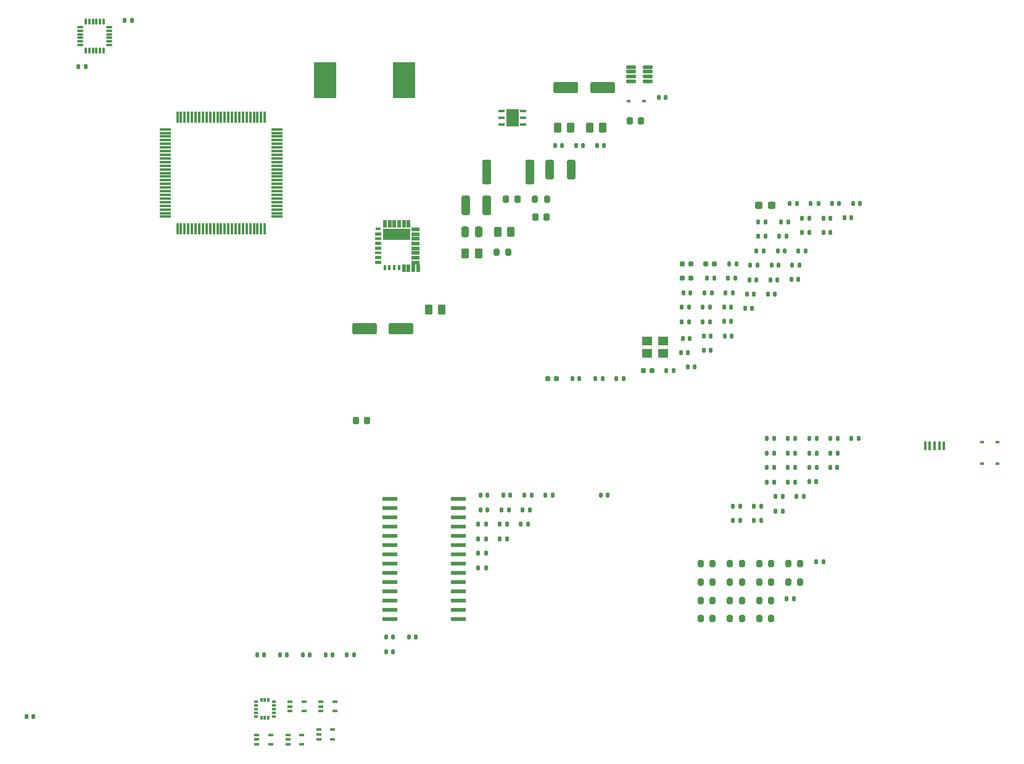
<source format=gbr>
%TF.GenerationSoftware,KiCad,Pcbnew,6.0.7+dfsg-1build1*%
%TF.CreationDate,2022-11-02T19:08:18-04:00*%
%TF.ProjectId,Fc,46632e6b-6963-4616-945f-706362585858,rev?*%
%TF.SameCoordinates,Original*%
%TF.FileFunction,Paste,Top*%
%TF.FilePolarity,Positive*%
%FSLAX46Y46*%
G04 Gerber Fmt 4.6, Leading zero omitted, Abs format (unit mm)*
G04 Created by KiCad (PCBNEW 6.0.7+dfsg-1build1) date 2022-11-02 19:08:18*
%MOMM*%
%LPD*%
G01*
G04 APERTURE LIST*
G04 Aperture macros list*
%AMRoundRect*
0 Rectangle with rounded corners*
0 $1 Rounding radius*
0 $2 $3 $4 $5 $6 $7 $8 $9 X,Y pos of 4 corners*
0 Add a 4 corners polygon primitive as box body*
4,1,4,$2,$3,$4,$5,$6,$7,$8,$9,$2,$3,0*
0 Add four circle primitives for the rounded corners*
1,1,$1+$1,$2,$3*
1,1,$1+$1,$4,$5*
1,1,$1+$1,$6,$7*
1,1,$1+$1,$8,$9*
0 Add four rect primitives between the rounded corners*
20,1,$1+$1,$2,$3,$4,$5,0*
20,1,$1+$1,$4,$5,$6,$7,0*
20,1,$1+$1,$6,$7,$8,$9,0*
20,1,$1+$1,$8,$9,$2,$3,0*%
G04 Aperture macros list end*
%ADD10C,0.100000*%
%ADD11RoundRect,0.200000X-0.200000X-0.275000X0.200000X-0.275000X0.200000X0.275000X-0.200000X0.275000X0*%
%ADD12RoundRect,0.135000X-0.135000X-0.185000X0.135000X-0.185000X0.135000X0.185000X-0.135000X0.185000X0*%
%ADD13R,0.450000X1.300000*%
%ADD14R,0.600000X0.450000*%
%ADD15RoundRect,0.140000X-0.140000X-0.170000X0.140000X-0.170000X0.140000X0.170000X-0.140000X0.170000X0*%
%ADD16R,0.650000X0.400000*%
%ADD17R,2.000000X0.600000*%
%ADD18RoundRect,0.087500X-0.187500X-0.087500X0.187500X-0.087500X0.187500X0.087500X-0.187500X0.087500X0*%
%ADD19RoundRect,0.087500X-0.087500X-0.187500X0.087500X-0.187500X0.087500X0.187500X-0.087500X0.187500X0*%
%ADD20RoundRect,0.147500X-0.147500X-0.172500X0.147500X-0.172500X0.147500X0.172500X-0.147500X0.172500X0*%
%ADD21RoundRect,0.250000X-1.412500X-0.550000X1.412500X-0.550000X1.412500X0.550000X-1.412500X0.550000X0*%
%ADD22RoundRect,0.218750X-0.218750X-0.256250X0.218750X-0.256250X0.218750X0.256250X-0.218750X0.256250X0*%
%ADD23RoundRect,0.250000X-0.362500X-1.425000X0.362500X-1.425000X0.362500X1.425000X-0.362500X1.425000X0*%
%ADD24RoundRect,0.237500X-0.300000X-0.237500X0.300000X-0.237500X0.300000X0.237500X-0.300000X0.237500X0*%
%ADD25RoundRect,0.250000X-0.262500X-0.450000X0.262500X-0.450000X0.262500X0.450000X-0.262500X0.450000X0*%
%ADD26RoundRect,0.250000X-0.325000X-1.100000X0.325000X-1.100000X0.325000X1.100000X-0.325000X1.100000X0*%
%ADD27RoundRect,0.125000X-0.537500X-0.125000X0.537500X-0.125000X0.537500X0.125000X-0.537500X0.125000X0*%
%ADD28R,3.098800X5.003800*%
%ADD29R,0.704800X0.299974*%
%ADD30R,0.299974X0.704800*%
%ADD31R,3.700000X1.600000*%
%ADD32RoundRect,0.225000X-0.225000X-0.250000X0.225000X-0.250000X0.225000X0.250000X-0.225000X0.250000X0*%
%ADD33R,1.400000X1.200000*%
%ADD34RoundRect,0.160000X-0.197500X-0.160000X0.197500X-0.160000X0.197500X0.160000X-0.197500X0.160000X0*%
%ADD35RoundRect,0.075000X-0.350000X-0.075000X0.350000X-0.075000X0.350000X0.075000X-0.350000X0.075000X0*%
%ADD36RoundRect,0.075000X0.075000X-0.350000X0.075000X0.350000X-0.075000X0.350000X-0.075000X-0.350000X0*%
%ADD37RoundRect,0.250000X-0.250000X-0.475000X0.250000X-0.475000X0.250000X0.475000X-0.250000X0.475000X0*%
%ADD38RoundRect,0.075000X-0.725000X-0.075000X0.725000X-0.075000X0.725000X0.075000X-0.725000X0.075000X0*%
%ADD39RoundRect,0.075000X-0.075000X-0.725000X0.075000X-0.725000X0.075000X0.725000X-0.075000X0.725000X0*%
%ADD40R,0.807999X0.407200*%
%ADD41R,1.752600X2.489200*%
G04 APERTURE END LIST*
%TO.C,REG2*%
G36*
X101973399Y-73351001D02*
G01*
X101703400Y-73351001D01*
X101703400Y-72551003D01*
X101973399Y-72551003D01*
X101973399Y-73351001D01*
G37*
D10*
X101973399Y-73351001D02*
X101703400Y-73351001D01*
X101703400Y-72551003D01*
X101973399Y-72551003D01*
X101973399Y-73351001D01*
G36*
X105840798Y-77190902D02*
G01*
X104890800Y-77190902D01*
X104890800Y-76765901D01*
X105840798Y-76765901D01*
X105840798Y-77190902D01*
G37*
X105840798Y-77190902D02*
X104890800Y-77190902D01*
X104890800Y-76765901D01*
X105840798Y-76765901D01*
X105840798Y-77190902D01*
G36*
X100660999Y-77763400D02*
G01*
X99861001Y-77763400D01*
X99861001Y-77493401D01*
X100660999Y-77493401D01*
X100660999Y-77763400D01*
G37*
X100660999Y-77763400D02*
X99861001Y-77763400D01*
X99861001Y-77493401D01*
X100660999Y-77493401D01*
X100660999Y-77763400D01*
G36*
X100660999Y-75813401D02*
G01*
X99861001Y-75813401D01*
X99861001Y-75543402D01*
X100660999Y-75543402D01*
X100660999Y-75813401D01*
G37*
X100660999Y-75813401D02*
X99861001Y-75813401D01*
X99861001Y-75543402D01*
X100660999Y-75543402D01*
X100660999Y-75813401D01*
G36*
X100660999Y-76463400D02*
G01*
X99861001Y-76463400D01*
X99861001Y-76193401D01*
X100660999Y-76193401D01*
X100660999Y-76463400D01*
G37*
X100660999Y-76463400D02*
X99861001Y-76463400D01*
X99861001Y-76193401D01*
X100660999Y-76193401D01*
X100660999Y-76463400D01*
G36*
X104650900Y-79530801D02*
G01*
X104225902Y-79530801D01*
X104225902Y-78580802D01*
X104650900Y-78580802D01*
X104650900Y-79530801D01*
G37*
X104650900Y-79530801D02*
X104225902Y-79530801D01*
X104225902Y-78580802D01*
X104650900Y-78580802D01*
X104650900Y-79530801D01*
G36*
X103350900Y-73426000D02*
G01*
X102925902Y-73426000D01*
X102925902Y-72476001D01*
X103350900Y-72476001D01*
X103350900Y-73426000D01*
G37*
X103350900Y-73426000D02*
X102925902Y-73426000D01*
X102925902Y-72476001D01*
X103350900Y-72476001D01*
X103350900Y-73426000D01*
G36*
X101400901Y-73426000D02*
G01*
X100975900Y-73426000D01*
X100975900Y-72476001D01*
X101400901Y-72476001D01*
X101400901Y-73426000D01*
G37*
X101400901Y-73426000D02*
X100975900Y-73426000D01*
X100975900Y-72476001D01*
X101400901Y-72476001D01*
X101400901Y-73426000D01*
G36*
X102623400Y-73351001D02*
G01*
X102353401Y-73351001D01*
X102353401Y-72551003D01*
X102623400Y-72551003D01*
X102623400Y-73351001D01*
G37*
X102623400Y-73351001D02*
X102353401Y-73351001D01*
X102353401Y-72551003D01*
X102623400Y-72551003D01*
X102623400Y-73351001D01*
G36*
X105840798Y-75240901D02*
G01*
X104890800Y-75240901D01*
X104890800Y-74815900D01*
X105840798Y-74815900D01*
X105840798Y-75240901D01*
G37*
X105840798Y-75240901D02*
X104890800Y-75240901D01*
X104890800Y-74815900D01*
X105840798Y-74815900D01*
X105840798Y-75240901D01*
G36*
X105840798Y-74590899D02*
G01*
X104890800Y-74590899D01*
X104890800Y-74165901D01*
X105840798Y-74165901D01*
X105840798Y-74590899D01*
G37*
X105840798Y-74590899D02*
X104890800Y-74590899D01*
X104890800Y-74165901D01*
X105840798Y-74165901D01*
X105840798Y-74590899D01*
G36*
X102050900Y-73426000D02*
G01*
X101625902Y-73426000D01*
X101625902Y-72476001D01*
X102050900Y-72476001D01*
X102050900Y-73426000D01*
G37*
X102050900Y-73426000D02*
X101625902Y-73426000D01*
X101625902Y-72476001D01*
X102050900Y-72476001D01*
X102050900Y-73426000D01*
G36*
X105950899Y-79530801D02*
G01*
X105525899Y-79530801D01*
X105525899Y-78580802D01*
X105950899Y-78580802D01*
X105950899Y-79530801D01*
G37*
X105950899Y-79530801D02*
X105525899Y-79530801D01*
X105525899Y-78580802D01*
X105950899Y-78580802D01*
X105950899Y-79530801D01*
G36*
X105300901Y-79530801D02*
G01*
X104875900Y-79530801D01*
X104875900Y-78580802D01*
X105300901Y-78580802D01*
X105300901Y-79530801D01*
G37*
X105300901Y-79530801D02*
X104875900Y-79530801D01*
X104875900Y-78580802D01*
X105300901Y-78580802D01*
X105300901Y-79530801D01*
G36*
X105840798Y-78490902D02*
G01*
X104890800Y-78490902D01*
X104890800Y-78065901D01*
X105840798Y-78065901D01*
X105840798Y-78490902D01*
G37*
X105840798Y-78490902D02*
X104890800Y-78490902D01*
X104890800Y-78065901D01*
X105840798Y-78065901D01*
X105840798Y-78490902D01*
G36*
X100660999Y-75163400D02*
G01*
X99861001Y-75163400D01*
X99861001Y-74893401D01*
X100660999Y-74893401D01*
X100660999Y-75163400D01*
G37*
X100660999Y-75163400D02*
X99861001Y-75163400D01*
X99861001Y-74893401D01*
X100660999Y-74893401D01*
X100660999Y-75163400D01*
G36*
X105840798Y-76540901D02*
G01*
X104890800Y-76540901D01*
X104890800Y-76115903D01*
X105840798Y-76115903D01*
X105840798Y-76540901D01*
G37*
X105840798Y-76540901D02*
X104890800Y-76540901D01*
X104890800Y-76115903D01*
X105840798Y-76115903D01*
X105840798Y-76540901D01*
G36*
X100660999Y-78413401D02*
G01*
X99861001Y-78413401D01*
X99861001Y-78143402D01*
X100660999Y-78143402D01*
X100660999Y-78413401D01*
G37*
X100660999Y-78413401D02*
X99861001Y-78413401D01*
X99861001Y-78143402D01*
X100660999Y-78143402D01*
X100660999Y-78413401D01*
G36*
X102700901Y-73426000D02*
G01*
X102275900Y-73426000D01*
X102275900Y-72476001D01*
X102700901Y-72476001D01*
X102700901Y-73426000D01*
G37*
X102700901Y-73426000D02*
X102275900Y-73426000D01*
X102275900Y-72476001D01*
X102700901Y-72476001D01*
X102700901Y-73426000D01*
G36*
X104000901Y-79530801D02*
G01*
X103575900Y-79530801D01*
X103575900Y-78580802D01*
X104000901Y-78580802D01*
X104000901Y-79530801D01*
G37*
X104000901Y-79530801D02*
X103575900Y-79530801D01*
X103575900Y-78580802D01*
X104000901Y-78580802D01*
X104000901Y-79530801D01*
G36*
X105840798Y-73940901D02*
G01*
X104890800Y-73940901D01*
X104890800Y-73515900D01*
X105840798Y-73515900D01*
X105840798Y-73940901D01*
G37*
X105840798Y-73940901D02*
X104890800Y-73940901D01*
X104890800Y-73515900D01*
X105840798Y-73515900D01*
X105840798Y-73940901D01*
G36*
X104650900Y-73426000D02*
G01*
X104225902Y-73426000D01*
X104225902Y-72476001D01*
X104650900Y-72476001D01*
X104650900Y-73426000D01*
G37*
X104650900Y-73426000D02*
X104225902Y-73426000D01*
X104225902Y-72476001D01*
X104650900Y-72476001D01*
X104650900Y-73426000D01*
G36*
X105840798Y-75890902D02*
G01*
X104890800Y-75890902D01*
X104890800Y-75465901D01*
X105840798Y-75465901D01*
X105840798Y-75890902D01*
G37*
X105840798Y-75890902D02*
X104890800Y-75890902D01*
X104890800Y-75465901D01*
X105840798Y-75465901D01*
X105840798Y-75890902D01*
G36*
X104000901Y-73426000D02*
G01*
X103575900Y-73426000D01*
X103575900Y-72476001D01*
X104000901Y-72476001D01*
X104000901Y-73426000D01*
G37*
X104000901Y-73426000D02*
X103575900Y-73426000D01*
X103575900Y-72476001D01*
X104000901Y-72476001D01*
X104000901Y-73426000D01*
G36*
X100660999Y-74513401D02*
G01*
X99861001Y-74513401D01*
X99861001Y-74243402D01*
X100660999Y-74243402D01*
X100660999Y-74513401D01*
G37*
X100660999Y-74513401D02*
X99861001Y-74513401D01*
X99861001Y-74243402D01*
X100660999Y-74243402D01*
X100660999Y-74513401D01*
G36*
X100660999Y-77113401D02*
G01*
X99861001Y-77113401D01*
X99861001Y-76843402D01*
X100660999Y-76843402D01*
X100660999Y-77113401D01*
G37*
X100660999Y-77113401D02*
X99861001Y-77113401D01*
X99861001Y-76843402D01*
X100660999Y-76843402D01*
X100660999Y-77113401D01*
G36*
X105840798Y-77840901D02*
G01*
X104890800Y-77840901D01*
X104890800Y-77415903D01*
X105840798Y-77415903D01*
X105840798Y-77840901D01*
G37*
X105840798Y-77840901D02*
X104890800Y-77840901D01*
X104890800Y-77415903D01*
X105840798Y-77415903D01*
X105840798Y-77840901D01*
%TD*%
D11*
%TO.C,R31*%
X148570000Y-124730000D03*
X150220000Y-124730000D03*
%TD*%
%TO.C,R30*%
X152580000Y-127240000D03*
X154230000Y-127240000D03*
%TD*%
%TO.C,R29*%
X144560000Y-122220000D03*
X146210000Y-122220000D03*
%TD*%
%TO.C,R20*%
X152580000Y-124730000D03*
X154230000Y-124730000D03*
%TD*%
%TO.C,R19*%
X148570000Y-122220000D03*
X150220000Y-122220000D03*
%TD*%
%TO.C,R18*%
X144560000Y-127240000D03*
X146210000Y-127240000D03*
%TD*%
%TO.C,R17*%
X156590000Y-119710000D03*
X158240000Y-119710000D03*
%TD*%
%TO.C,R16*%
X148570000Y-119710000D03*
X150220000Y-119710000D03*
%TD*%
%TO.C,R15*%
X156590000Y-122220000D03*
X158240000Y-122220000D03*
%TD*%
%TO.C,R14*%
X148570000Y-127240000D03*
X150220000Y-127240000D03*
%TD*%
%TO.C,R13*%
X144560000Y-124730000D03*
X146210000Y-124730000D03*
%TD*%
%TO.C,R12*%
X152580000Y-122220000D03*
X154230000Y-122220000D03*
%TD*%
%TO.C,R11*%
X152580000Y-119710000D03*
X154230000Y-119710000D03*
%TD*%
%TO.C,R10*%
X144560000Y-119710000D03*
X146210000Y-119710000D03*
%TD*%
D12*
%TO.C,R9*%
X160365000Y-119450000D03*
X161385000Y-119450000D03*
%TD*%
%TO.C,R4T5*%
X165265000Y-102490000D03*
X166285000Y-102490000D03*
%TD*%
%TO.C,R4T4*%
X156535000Y-106470000D03*
X157555000Y-106470000D03*
%TD*%
%TO.C,R4T3*%
X151885000Y-111790000D03*
X152905000Y-111790000D03*
%TD*%
%TO.C,R4T2*%
X153625000Y-104480000D03*
X154645000Y-104480000D03*
%TD*%
%TO.C,R4T1*%
X156535000Y-104480000D03*
X157555000Y-104480000D03*
%TD*%
%TO.C,R3T5*%
X154795000Y-112440000D03*
X155815000Y-112440000D03*
%TD*%
%TO.C,R3T4*%
X153625000Y-108460000D03*
X154645000Y-108460000D03*
%TD*%
%TO.C,R3T3*%
X148975000Y-111790000D03*
X149995000Y-111790000D03*
%TD*%
%TO.C,R3T2*%
X162355000Y-104480000D03*
X163375000Y-104480000D03*
%TD*%
%TO.C,R3T1*%
X156535000Y-102490000D03*
X157555000Y-102490000D03*
%TD*%
%TO.C,R2T5*%
X148975000Y-113780000D03*
X149995000Y-113780000D03*
%TD*%
%TO.C,R2T4*%
X151885000Y-113780000D03*
X152905000Y-113780000D03*
%TD*%
%TO.C,R2T3*%
X156535000Y-108460000D03*
X157555000Y-108460000D03*
%TD*%
%TO.C,R2T2*%
X162355000Y-102490000D03*
X163375000Y-102490000D03*
%TD*%
%TO.C,R2T1*%
X153625000Y-106470000D03*
X154645000Y-106470000D03*
%TD*%
%TO.C,R1T5*%
X159445000Y-104480000D03*
X160465000Y-104480000D03*
%TD*%
%TO.C,R1T4*%
X159445000Y-102490000D03*
X160465000Y-102490000D03*
%TD*%
%TO.C,R1T3*%
X154795000Y-110450000D03*
X155815000Y-110450000D03*
%TD*%
%TO.C,R1T2*%
X153625000Y-102490000D03*
X154645000Y-102490000D03*
%TD*%
%TO.C,R1T1*%
X159445000Y-106470000D03*
X160465000Y-106470000D03*
%TD*%
D13*
%TO.C,J8*%
X175365000Y-103460000D03*
X176015000Y-103460000D03*
X176665000Y-103460000D03*
X177315000Y-103460000D03*
X177965000Y-103460000D03*
%TD*%
D14*
%TO.C,D5*%
X183215000Y-105920000D03*
X185315000Y-105920000D03*
%TD*%
%TO.C,D4*%
X183215000Y-102970000D03*
X185315000Y-102970000D03*
%TD*%
D15*
%TO.C,C35*%
X162365000Y-106460000D03*
X163325000Y-106460000D03*
%TD*%
%TO.C,C16*%
X157715000Y-110440000D03*
X158675000Y-110440000D03*
%TD*%
%TO.C,C15*%
X159455000Y-108450000D03*
X160415000Y-108450000D03*
%TD*%
%TO.C,C10*%
X156365000Y-124460000D03*
X157325000Y-124460000D03*
%TD*%
D16*
%TO.C,U9*%
X92450000Y-138640000D03*
X92450000Y-139290000D03*
X92450000Y-139940000D03*
X94350000Y-139940000D03*
X94350000Y-138640000D03*
%TD*%
%TO.C,U8*%
X88200000Y-138640000D03*
X88200000Y-139290000D03*
X88200000Y-139940000D03*
X90100000Y-139940000D03*
X90100000Y-138640000D03*
%TD*%
%TO.C,U7*%
X83650000Y-143190000D03*
X83650000Y-143840000D03*
X83650000Y-144490000D03*
X85550000Y-144490000D03*
X85550000Y-143190000D03*
%TD*%
%TO.C,U6*%
X87900000Y-143190000D03*
X87900000Y-143840000D03*
X87900000Y-144490000D03*
X89800000Y-144490000D03*
X89800000Y-143190000D03*
%TD*%
%TO.C,U5*%
X92150000Y-142490000D03*
X92150000Y-143140000D03*
X92150000Y-143790000D03*
X94050000Y-143790000D03*
X94050000Y-142490000D03*
%TD*%
D17*
%TO.C,U4*%
X101930000Y-110795000D03*
X101930000Y-112065000D03*
X101930000Y-113335000D03*
X101930000Y-114605000D03*
X101930000Y-115875000D03*
X101930000Y-117145000D03*
X101930000Y-118415000D03*
X101930000Y-119685000D03*
X101930000Y-120955000D03*
X101930000Y-122225000D03*
X101930000Y-123495000D03*
X101930000Y-124765000D03*
X101930000Y-126035000D03*
X101930000Y-127305000D03*
X111330000Y-127305000D03*
X111330000Y-126035000D03*
X111330000Y-124765000D03*
X111330000Y-123495000D03*
X111330000Y-122225000D03*
X111330000Y-120955000D03*
X111330000Y-119685000D03*
X111330000Y-118415000D03*
X111330000Y-117145000D03*
X111330000Y-115875000D03*
X111330000Y-114605000D03*
X111330000Y-113335000D03*
X111330000Y-112065000D03*
X111330000Y-110795000D03*
%TD*%
D18*
%TO.C,U3*%
X83525000Y-138640000D03*
X83525000Y-139140000D03*
X83525000Y-139640000D03*
X83525000Y-140140000D03*
X83525000Y-140640000D03*
D19*
X84250000Y-140865000D03*
X84750000Y-140865000D03*
X85250000Y-140865000D03*
D18*
X85975000Y-140640000D03*
X85975000Y-140140000D03*
X85975000Y-139640000D03*
X85975000Y-139140000D03*
X85975000Y-138640000D03*
D19*
X85250000Y-138415000D03*
X84750000Y-138415000D03*
X84250000Y-138415000D03*
%TD*%
D12*
%TO.C,R43*%
X116960000Y-114290000D03*
X117980000Y-114290000D03*
%TD*%
%TO.C,R42*%
X117190000Y-112300000D03*
X118210000Y-112300000D03*
%TD*%
%TO.C,R41*%
X120100000Y-112300000D03*
X121120000Y-112300000D03*
%TD*%
%TO.C,R40*%
X119870000Y-114290000D03*
X120890000Y-114290000D03*
%TD*%
%TO.C,R39*%
X120330000Y-110310000D03*
X121350000Y-110310000D03*
%TD*%
%TO.C,R38*%
X114050000Y-118270000D03*
X115070000Y-118270000D03*
%TD*%
%TO.C,R37*%
X123240000Y-110310000D03*
X124260000Y-110310000D03*
%TD*%
%TO.C,R36*%
X114050000Y-114290000D03*
X115070000Y-114290000D03*
%TD*%
%TO.C,R35*%
X114050000Y-116280000D03*
X115070000Y-116280000D03*
%TD*%
%TO.C,R34*%
X116960000Y-116280000D03*
X117980000Y-116280000D03*
%TD*%
%TO.C,R33*%
X95980000Y-132190000D03*
X97000000Y-132190000D03*
%TD*%
%TO.C,R32*%
X114050000Y-120260000D03*
X115070000Y-120260000D03*
%TD*%
D20*
%TO.C,PWR1*%
X83680000Y-132190000D03*
X84650000Y-132190000D03*
%TD*%
%TO.C,NAV1*%
X89960000Y-132190000D03*
X90930000Y-132190000D03*
%TD*%
%TO.C,MT4*%
X101360000Y-129780000D03*
X102330000Y-129780000D03*
%TD*%
%TO.C,MT3*%
X104500000Y-129780000D03*
X105470000Y-129780000D03*
%TD*%
%TO.C,MT2*%
X114310000Y-110310000D03*
X115280000Y-110310000D03*
%TD*%
%TO.C,MT1*%
X101360000Y-131770000D03*
X102330000Y-131770000D03*
%TD*%
%TO.C,GOAL1*%
X93100000Y-132190000D03*
X94070000Y-132190000D03*
%TD*%
%TO.C,FATAL1*%
X86820000Y-132190000D03*
X87790000Y-132190000D03*
%TD*%
%TO.C,ESCT1*%
X117450000Y-110310000D03*
X118420000Y-110310000D03*
%TD*%
%TO.C,D2*%
X114310000Y-112300000D03*
X115280000Y-112300000D03*
%TD*%
D15*
%TO.C,C9*%
X130850000Y-110300000D03*
X131810000Y-110300000D03*
%TD*%
D21*
%TO.C,C33*%
X126062500Y-54300000D03*
X131137500Y-54300000D03*
%TD*%
D15*
%TO.C,C7*%
X162605000Y-70230000D03*
X163565000Y-70230000D03*
%TD*%
D12*
%TO.C,R2*%
X158475000Y-74220000D03*
X159495000Y-74220000D03*
%TD*%
D22*
%TO.C,5VPWR1*%
X117842500Y-69660000D03*
X119417500Y-69660000D03*
%TD*%
D23*
%TO.C,R22*%
X115177500Y-65920000D03*
X121102500Y-65920000D03*
%TD*%
D12*
%TO.C,R16*%
X141945000Y-86450000D03*
X142965000Y-86450000D03*
%TD*%
D15*
%TO.C,C6*%
X147875000Y-88390000D03*
X148835000Y-88390000D03*
%TD*%
D24*
%TO.C,C1*%
X152562500Y-70500000D03*
X154287500Y-70500000D03*
%TD*%
D25*
%TO.C,R21*%
X116677500Y-74090000D03*
X118502500Y-74090000D03*
%TD*%
D26*
%TO.C,C26*%
X123835000Y-65600000D03*
X126785000Y-65600000D03*
%TD*%
D27*
%TO.C,U2*%
X135012500Y-51475000D03*
X135012500Y-52125000D03*
X135012500Y-52775000D03*
X135012500Y-53425000D03*
X137287500Y-53425000D03*
X137287500Y-52775000D03*
X137287500Y-52125000D03*
X137287500Y-51475000D03*
%TD*%
D12*
%TO.C,R15*%
X144855000Y-84460000D03*
X145875000Y-84460000D03*
%TD*%
D15*
%TO.C,C19*%
X145005000Y-90400000D03*
X145965000Y-90400000D03*
%TD*%
D25*
%TO.C,R25*%
X107197500Y-84830000D03*
X109022500Y-84830000D03*
%TD*%
D12*
%TO.C,R1*%
X144855000Y-86450000D03*
X145875000Y-86450000D03*
%TD*%
D28*
%TO.C,L1*%
X92974401Y-53314600D03*
X103875599Y-53314600D03*
%TD*%
D15*
%TO.C,C10*%
X142775000Y-92680000D03*
X143735000Y-92680000D03*
%TD*%
D12*
%TO.C,R10*%
X158475000Y-72230000D03*
X159495000Y-72230000D03*
%TD*%
D15*
%TO.C,C21*%
X147775000Y-84450000D03*
X148735000Y-84450000D03*
%TD*%
%TO.C,C8*%
X150645000Y-84640000D03*
X151605000Y-84640000D03*
%TD*%
%TO.C,C20*%
X156995000Y-80680000D03*
X157955000Y-80680000D03*
%TD*%
D20*
%TO.C,D1*%
X152455000Y-74740000D03*
X153425000Y-74740000D03*
%TD*%
D12*
%TO.C,R11*%
X148445000Y-78490000D03*
X149465000Y-78490000D03*
%TD*%
D29*
%TO.C,REG2*%
X100261000Y-73728402D03*
X100261000Y-74378400D03*
X100261000Y-75028402D03*
X100261000Y-75678400D03*
X100261000Y-76328402D03*
X100261000Y-76978400D03*
X100261000Y-77628402D03*
X100261000Y-78278400D03*
D30*
X101188399Y-79055800D03*
X101838401Y-79055800D03*
X102488399Y-79055800D03*
X103138401Y-79055800D03*
X103788399Y-79055800D03*
X104438401Y-79055800D03*
D29*
X105365800Y-78278400D03*
X105365800Y-77628402D03*
X105365800Y-76978400D03*
X105365800Y-76328402D03*
X105365800Y-75678400D03*
X105365800Y-75028402D03*
X105365800Y-74378400D03*
X105365800Y-73728402D03*
D30*
X104438401Y-72951002D03*
X103788399Y-72951002D03*
X103138401Y-72951002D03*
X102488399Y-72951002D03*
X101838401Y-72951002D03*
X101188399Y-72951002D03*
D31*
X102813400Y-74453401D03*
%TD*%
D32*
%TO.C,C28*%
X121865000Y-72130000D03*
X123415000Y-72130000D03*
%TD*%
D33*
%TO.C,25MHz1*%
X137185000Y-90810000D03*
X139385000Y-90810000D03*
X139385000Y-89110000D03*
X137185000Y-89110000D03*
%TD*%
D14*
%TO.C,D3*%
X134650000Y-56150000D03*
X136750000Y-56150000D03*
%TD*%
D12*
%TO.C,R18*%
X145085000Y-82470000D03*
X146105000Y-82470000D03*
%TD*%
D20*
%TO.C,FATAL1*%
X130105000Y-94280000D03*
X131075000Y-94280000D03*
%TD*%
D34*
%TO.C,R3*%
X123537500Y-94280000D03*
X124732500Y-94280000D03*
%TD*%
%TO.C,R4*%
X136687500Y-93180000D03*
X137882500Y-93180000D03*
%TD*%
D12*
%TO.C,R13*%
X132985000Y-94280000D03*
X134005000Y-94280000D03*
%TD*%
D20*
%TO.C,WD1*%
X152455000Y-72750000D03*
X153425000Y-72750000D03*
%TD*%
D15*
%TO.C,C15*%
X52020000Y-140700000D03*
X52980000Y-140700000D03*
%TD*%
D34*
%TO.C,R7*%
X142027500Y-78490000D03*
X143222500Y-78490000D03*
%TD*%
D15*
%TO.C,C12*%
X147775000Y-86420000D03*
X148735000Y-86420000D03*
%TD*%
D34*
%TO.C,R5*%
X145277500Y-78490000D03*
X146472500Y-78490000D03*
%TD*%
D11*
%TO.C,R28*%
X116525000Y-76880000D03*
X118175000Y-76880000D03*
%TD*%
D26*
%TO.C,C34*%
X112285000Y-70490000D03*
X115235000Y-70490000D03*
%TD*%
D35*
%TO.C,U3*%
X59440000Y-45990000D03*
X59440000Y-46490000D03*
X59440000Y-46990000D03*
X59440000Y-47490000D03*
X59440000Y-47990000D03*
X59440000Y-48490000D03*
D36*
X60140000Y-49190000D03*
X60640000Y-49190000D03*
X61140000Y-49190000D03*
X61640000Y-49190000D03*
X62140000Y-49190000D03*
X62640000Y-49190000D03*
D35*
X63340000Y-48490000D03*
X63340000Y-47990000D03*
X63340000Y-47490000D03*
X63340000Y-46990000D03*
X63340000Y-46490000D03*
X63340000Y-45990000D03*
D36*
X62640000Y-45290000D03*
X62140000Y-45290000D03*
X61640000Y-45290000D03*
X61140000Y-45290000D03*
X60640000Y-45290000D03*
X60140000Y-45290000D03*
%TD*%
D12*
%TO.C,R14*%
X139855000Y-93180000D03*
X140875000Y-93180000D03*
%TD*%
D22*
%TO.C,LED1*%
X97212500Y-100000000D03*
X98787500Y-100000000D03*
%TD*%
D37*
%TO.C,C32*%
X112210000Y-74120000D03*
X114110000Y-74120000D03*
%TD*%
D12*
%TO.C,R8*%
X159685000Y-70240000D03*
X160705000Y-70240000D03*
%TD*%
D38*
%TO.C,U1*%
X71065000Y-60040000D03*
X71065000Y-60540000D03*
X71065000Y-61040000D03*
X71065000Y-61540000D03*
X71065000Y-62040000D03*
X71065000Y-62540000D03*
X71065000Y-63040000D03*
X71065000Y-63540000D03*
X71065000Y-64040000D03*
X71065000Y-64540000D03*
X71065000Y-65040000D03*
X71065000Y-65540000D03*
X71065000Y-66040000D03*
X71065000Y-66540000D03*
X71065000Y-67040000D03*
X71065000Y-67540000D03*
X71065000Y-68040000D03*
X71065000Y-68540000D03*
X71065000Y-69040000D03*
X71065000Y-69540000D03*
X71065000Y-70040000D03*
X71065000Y-70540000D03*
X71065000Y-71040000D03*
X71065000Y-71540000D03*
X71065000Y-72040000D03*
D39*
X72740000Y-73715000D03*
X73240000Y-73715000D03*
X73740000Y-73715000D03*
X74240000Y-73715000D03*
X74740000Y-73715000D03*
X75240000Y-73715000D03*
X75740000Y-73715000D03*
X76240000Y-73715000D03*
X76740000Y-73715000D03*
X77240000Y-73715000D03*
X77740000Y-73715000D03*
X78240000Y-73715000D03*
X78740000Y-73715000D03*
X79240000Y-73715000D03*
X79740000Y-73715000D03*
X80240000Y-73715000D03*
X80740000Y-73715000D03*
X81240000Y-73715000D03*
X81740000Y-73715000D03*
X82240000Y-73715000D03*
X82740000Y-73715000D03*
X83240000Y-73715000D03*
X83740000Y-73715000D03*
X84240000Y-73715000D03*
X84740000Y-73715000D03*
D38*
X86415000Y-72040000D03*
X86415000Y-71540000D03*
X86415000Y-71040000D03*
X86415000Y-70540000D03*
X86415000Y-70040000D03*
X86415000Y-69540000D03*
X86415000Y-69040000D03*
X86415000Y-68540000D03*
X86415000Y-68040000D03*
X86415000Y-67540000D03*
X86415000Y-67040000D03*
X86415000Y-66540000D03*
X86415000Y-66040000D03*
X86415000Y-65540000D03*
X86415000Y-65040000D03*
X86415000Y-64540000D03*
X86415000Y-64040000D03*
X86415000Y-63540000D03*
X86415000Y-63040000D03*
X86415000Y-62540000D03*
X86415000Y-62040000D03*
X86415000Y-61540000D03*
X86415000Y-61040000D03*
X86415000Y-60540000D03*
X86415000Y-60040000D03*
D39*
X84740000Y-58365000D03*
X84240000Y-58365000D03*
X83740000Y-58365000D03*
X83240000Y-58365000D03*
X82740000Y-58365000D03*
X82240000Y-58365000D03*
X81740000Y-58365000D03*
X81240000Y-58365000D03*
X80740000Y-58365000D03*
X80240000Y-58365000D03*
X79740000Y-58365000D03*
X79240000Y-58365000D03*
X78740000Y-58365000D03*
X78240000Y-58365000D03*
X77740000Y-58365000D03*
X77240000Y-58365000D03*
X76740000Y-58365000D03*
X76240000Y-58365000D03*
X75740000Y-58365000D03*
X75240000Y-58365000D03*
X74740000Y-58365000D03*
X74240000Y-58365000D03*
X73740000Y-58365000D03*
X73240000Y-58365000D03*
X72740000Y-58365000D03*
%TD*%
D12*
%TO.C,R17*%
X152195000Y-76730000D03*
X153215000Y-76730000D03*
%TD*%
D15*
%TO.C,C30*%
X130320000Y-62310000D03*
X131280000Y-62310000D03*
%TD*%
D25*
%TO.C,R26*%
X129327500Y-59850000D03*
X131152500Y-59850000D03*
%TD*%
D15*
%TO.C,C16*%
X65520000Y-45050000D03*
X66480000Y-45050000D03*
%TD*%
%TO.C,CV2*%
X165475000Y-70230000D03*
X166435000Y-70230000D03*
%TD*%
%TO.C,C27*%
X138780000Y-55660000D03*
X139740000Y-55660000D03*
%TD*%
D20*
%TO.C,GOAL1*%
X156805000Y-70240000D03*
X157775000Y-70240000D03*
%TD*%
D25*
%TO.C,R24*%
X124917500Y-59850000D03*
X126742500Y-59850000D03*
%TD*%
D15*
%TO.C,C23*%
X141865000Y-90710000D03*
X142825000Y-90710000D03*
%TD*%
%TO.C,C17*%
X161395000Y-74190000D03*
X162355000Y-74190000D03*
%TD*%
D32*
%TO.C,C24*%
X134805000Y-58880000D03*
X136355000Y-58880000D03*
%TD*%
D11*
%TO.C,R23*%
X121815000Y-69620000D03*
X123465000Y-69620000D03*
%TD*%
D15*
%TO.C,C31*%
X124580000Y-62310000D03*
X125540000Y-62310000D03*
%TD*%
%TO.C,C14*%
X154125000Y-80700000D03*
X155085000Y-80700000D03*
%TD*%
D20*
%TO.C,FB1*%
X151380000Y-78720000D03*
X152350000Y-78720000D03*
%TD*%
D15*
%TO.C,C5*%
X157985000Y-76720000D03*
X158945000Y-76720000D03*
%TD*%
D12*
%TO.C,R19*%
X147995000Y-82470000D03*
X149015000Y-82470000D03*
%TD*%
D20*
%TO.C,PWR1*%
X142115000Y-88730000D03*
X143085000Y-88730000D03*
%TD*%
D15*
%TO.C,CV1*%
X153785000Y-82670000D03*
X154745000Y-82670000D03*
%TD*%
D12*
%TO.C,R20*%
X141945000Y-84460000D03*
X142965000Y-84460000D03*
%TD*%
D15*
%TO.C,C4*%
X155115000Y-76720000D03*
X156075000Y-76720000D03*
%TD*%
%TO.C,C29*%
X127450000Y-62310000D03*
X128410000Y-62310000D03*
%TD*%
D20*
%TO.C,BOOT1*%
X126965000Y-94280000D03*
X127935000Y-94280000D03*
%TD*%
D21*
%TO.C,C25*%
X98392500Y-87430000D03*
X103467500Y-87430000D03*
%TD*%
D15*
%TO.C,C11*%
X150915000Y-82670000D03*
X151875000Y-82670000D03*
%TD*%
D20*
%TO.C,NAV1*%
X155595000Y-72750000D03*
X156565000Y-72750000D03*
%TD*%
%TO.C,WD2*%
X145455000Y-80480000D03*
X146425000Y-80480000D03*
%TD*%
D15*
%TO.C,C2*%
X164265000Y-72200000D03*
X165225000Y-72200000D03*
%TD*%
D34*
%TO.C,R6*%
X142027500Y-80480000D03*
X143222500Y-80480000D03*
%TD*%
D12*
%TO.C,R9*%
X155335000Y-74740000D03*
X156355000Y-74740000D03*
%TD*%
D15*
%TO.C,C9*%
X154275000Y-78710000D03*
X155235000Y-78710000D03*
%TD*%
D40*
%TO.C,REG1*%
X117266000Y-57505999D03*
X117266000Y-58456000D03*
X117266000Y-59406001D03*
X120156800Y-59406001D03*
X120156800Y-58456000D03*
X120156800Y-57505999D03*
D41*
X118711400Y-58456000D03*
%TD*%
D15*
%TO.C,C13*%
X161395000Y-72220000D03*
X162355000Y-72220000D03*
%TD*%
D20*
%TO.C,D2*%
X142205000Y-82470000D03*
X143175000Y-82470000D03*
%TD*%
D15*
%TO.C,C22*%
X151255000Y-80700000D03*
X152215000Y-80700000D03*
%TD*%
D12*
%TO.C,R12*%
X148335000Y-80480000D03*
X149355000Y-80480000D03*
%TD*%
D15*
%TO.C,C3*%
X157145000Y-78690000D03*
X158105000Y-78690000D03*
%TD*%
%TO.C,C36*%
X59170000Y-51400000D03*
X60130000Y-51400000D03*
%TD*%
%TO.C,C18*%
X145005000Y-88430000D03*
X145965000Y-88430000D03*
%TD*%
D25*
%TO.C,R27*%
X112227500Y-77100000D03*
X114052500Y-77100000D03*
%TD*%
M02*

</source>
